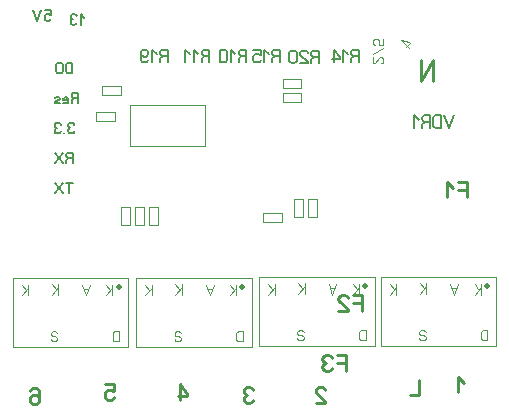
<source format=gbr>
%FSLAX32Y32*%
%MOMM*%
%LNBESTUECKUNG1*%
G71*
G01*
%ADD10C, 0.24*%
%ADD11C, 0.22*%
%ADD12C, 0.13*%
%ADD13C, 0.16*%
%ADD14C, 0.11*%
%ADD15C, 0.10*%
%ADD16C, 0.50*%
%LPD*%
G54D10*
X7394Y5742D02*
X7394Y5875D01*
X7324Y5875D01*
G54D10*
X7394Y5809D02*
X7324Y5809D01*
G54D10*
X7278Y5825D02*
X7228Y5875D01*
X7228Y5742D01*
G54D11*
X7111Y6724D02*
X7111Y6902D01*
X7004Y6724D01*
X7004Y6902D01*
G54D12*
X7286Y6438D02*
X7246Y6331D01*
X7206Y6438D01*
G54D12*
X7177Y6331D02*
X7177Y6438D01*
X7137Y6438D01*
X7121Y6431D01*
X7113Y6418D01*
X7113Y6351D01*
X7121Y6338D01*
X7137Y6331D01*
X7177Y6331D01*
G54D12*
X7052Y6385D02*
X7028Y6371D01*
X7020Y6358D01*
X7020Y6331D01*
G54D12*
X7084Y6331D02*
X7084Y6438D01*
X7044Y6438D01*
X7028Y6431D01*
X7020Y6418D01*
X7020Y6405D01*
X7028Y6391D01*
X7044Y6385D01*
X7084Y6385D01*
G54D12*
X6991Y6398D02*
X6951Y6438D01*
X6951Y6331D01*
G54D13*
X4031Y5777D02*
X4031Y5866D01*
G54D13*
X4058Y5866D02*
X4004Y5866D01*
G54D13*
X3974Y5866D02*
X3907Y5777D01*
G54D13*
X3974Y5777D02*
X3907Y5866D01*
G54D13*
X4031Y6076D02*
X4011Y6065D01*
X4004Y6054D01*
X4004Y6032D01*
G54D13*
X4058Y6032D02*
X4058Y6121D01*
X4024Y6121D01*
X4011Y6115D01*
X4004Y6104D01*
X4004Y6093D01*
X4011Y6082D01*
X4024Y6076D01*
X4058Y6076D01*
G54D13*
X3974Y6121D02*
X3907Y6032D01*
G54D13*
X3974Y6032D02*
X3907Y6121D01*
G54D13*
X4073Y6358D02*
X4066Y6369D01*
X4053Y6375D01*
X4040Y6375D01*
X4026Y6369D01*
X4020Y6358D01*
X4020Y6347D01*
X4026Y6336D01*
X4040Y6330D01*
X4026Y6325D01*
X4020Y6313D01*
X4020Y6302D01*
X4026Y6291D01*
X4040Y6286D01*
X4053Y6286D01*
X4066Y6291D01*
X4073Y6302D01*
G54D13*
X3989Y6286D02*
X3989Y6286D01*
G54D13*
X3958Y6358D02*
X3951Y6369D01*
X3938Y6375D01*
X3925Y6375D01*
X3911Y6369D01*
X3905Y6358D01*
X3905Y6347D01*
X3911Y6336D01*
X3925Y6330D01*
X3911Y6325D01*
X3905Y6313D01*
X3905Y6302D01*
X3911Y6291D01*
X3925Y6286D01*
X3938Y6286D01*
X3951Y6291D01*
X3958Y6302D01*
G54D14*
X6599Y6931D02*
X6599Y6878D01*
X6605Y6878D01*
X6616Y6884D01*
X6649Y6924D01*
X6660Y6931D01*
X6671Y6931D01*
X6682Y6924D01*
X6688Y6911D01*
X6688Y6898D01*
X6682Y6884D01*
X6671Y6878D01*
G54D14*
X6599Y6955D02*
X6688Y7008D01*
G54D14*
X6688Y7085D02*
X6688Y7032D01*
X6649Y7032D01*
X6649Y7038D01*
X6655Y7052D01*
X6655Y7065D01*
X6649Y7078D01*
X6638Y7085D01*
X6616Y7085D01*
X6605Y7078D01*
X6599Y7065D01*
X6599Y7052D01*
X6605Y7038D01*
X6616Y7032D01*
G54D14*
X6905Y7009D02*
X6842Y7072D01*
X6910Y7061D01*
X6917Y7053D01*
X6880Y7015D01*
G54D13*
X4076Y6584D02*
X4056Y6573D01*
X4049Y6562D01*
X4049Y6540D01*
G54D13*
X4102Y6540D02*
X4102Y6629D01*
X4069Y6629D01*
X4056Y6623D01*
X4049Y6612D01*
X4049Y6601D01*
X4056Y6590D01*
X4069Y6584D01*
X4102Y6584D01*
G54D13*
X3978Y6545D02*
X3989Y6540D01*
X4002Y6540D01*
X4016Y6545D01*
X4018Y6556D01*
X4018Y6575D01*
X4012Y6586D01*
X3998Y6590D01*
X3985Y6586D01*
X3978Y6579D01*
X3978Y6567D01*
X4018Y6567D01*
G54D13*
X3948Y6545D02*
X3934Y6540D01*
X3921Y6540D01*
X3908Y6545D01*
X3908Y6556D01*
X3914Y6562D01*
X3941Y6567D01*
X3948Y6573D01*
X3948Y6584D01*
X3934Y6590D01*
X3921Y6590D01*
X3908Y6584D01*
G54D13*
X4057Y6794D02*
X4057Y6883D01*
X4024Y6883D01*
X4011Y6877D01*
X4004Y6866D01*
X4004Y6810D01*
X4011Y6799D01*
X4024Y6794D01*
X4057Y6794D01*
G54D13*
X3920Y6866D02*
X3920Y6810D01*
X3927Y6799D01*
X3940Y6794D01*
X3953Y6794D01*
X3967Y6799D01*
X3973Y6810D01*
X3973Y6866D01*
X3967Y6877D01*
X3953Y6883D01*
X3940Y6883D01*
X3927Y6877D01*
X3920Y6866D01*
G54D15*
X4416Y6389D02*
X4416Y6467D01*
X4260Y6467D01*
X4260Y6389D01*
X4416Y6389D01*
G54D13*
X4158Y7262D02*
X4125Y7295D01*
X4125Y7206D01*
G54D13*
X4094Y7279D02*
X4088Y7290D01*
X4074Y7295D01*
X4061Y7295D01*
X4048Y7290D01*
X4041Y7279D01*
X4041Y7267D01*
X4048Y7256D01*
X4061Y7251D01*
X4048Y7245D01*
X4041Y7234D01*
X4041Y7223D01*
X4048Y7212D01*
X4061Y7206D01*
X4074Y7206D01*
X4088Y7212D01*
X4094Y7223D01*
G54D13*
X3821Y7327D02*
X3874Y7327D01*
X3874Y7288D01*
X3867Y7288D01*
X3854Y7294D01*
X3841Y7294D01*
X3827Y7288D01*
X3821Y7277D01*
X3821Y7255D01*
X3827Y7244D01*
X3841Y7238D01*
X3854Y7238D01*
X3867Y7244D01*
X3874Y7255D01*
G54D13*
X3790Y7327D02*
X3757Y7238D01*
X3723Y7327D01*
G54D12*
X5183Y6940D02*
X5159Y6927D01*
X5151Y6913D01*
X5151Y6887D01*
G54D12*
X5215Y6887D02*
X5215Y6993D01*
X5175Y6993D01*
X5159Y6987D01*
X5151Y6973D01*
X5151Y6960D01*
X5159Y6947D01*
X5175Y6940D01*
X5215Y6940D01*
G54D12*
X5122Y6953D02*
X5082Y6993D01*
X5082Y6887D01*
G54D12*
X5053Y6953D02*
X5013Y6993D01*
X5013Y6887D01*
G54D12*
X5496Y6940D02*
X5472Y6927D01*
X5464Y6913D01*
X5464Y6887D01*
G54D12*
X5528Y6887D02*
X5528Y6993D01*
X5488Y6993D01*
X5472Y6987D01*
X5464Y6973D01*
X5464Y6960D01*
X5472Y6947D01*
X5488Y6940D01*
X5528Y6940D01*
G54D12*
X5435Y6953D02*
X5395Y6993D01*
X5395Y6887D01*
G54D12*
X5302Y6973D02*
X5302Y6907D01*
X5310Y6893D01*
X5326Y6887D01*
X5342Y6887D01*
X5358Y6893D01*
X5366Y6907D01*
X5366Y6973D01*
X5358Y6987D01*
X5342Y6993D01*
X5326Y6993D01*
X5310Y6987D01*
X5302Y6973D01*
G54D12*
X5782Y6940D02*
X5758Y6927D01*
X5750Y6913D01*
X5750Y6887D01*
G54D12*
X5814Y6887D02*
X5814Y6993D01*
X5774Y6993D01*
X5758Y6987D01*
X5750Y6973D01*
X5750Y6960D01*
X5758Y6947D01*
X5774Y6940D01*
X5814Y6940D01*
G54D12*
X5721Y6953D02*
X5681Y6993D01*
X5681Y6887D01*
G54D12*
X5588Y6993D02*
X5652Y6993D01*
X5652Y6947D01*
X5644Y6947D01*
X5628Y6953D01*
X5612Y6953D01*
X5596Y6947D01*
X5588Y6933D01*
X5588Y6907D01*
X5596Y6893D01*
X5612Y6887D01*
X5628Y6887D01*
X5644Y6893D01*
X5652Y6907D01*
G54D12*
X4830Y6940D02*
X4806Y6927D01*
X4798Y6913D01*
X4798Y6887D01*
G54D12*
X4862Y6887D02*
X4862Y6993D01*
X4822Y6993D01*
X4806Y6987D01*
X4798Y6973D01*
X4798Y6960D01*
X4806Y6947D01*
X4822Y6940D01*
X4862Y6940D01*
G54D12*
X4769Y6953D02*
X4729Y6993D01*
X4729Y6887D01*
G54D12*
X4700Y6907D02*
X4692Y6893D01*
X4676Y6887D01*
X4660Y6887D01*
X4644Y6893D01*
X4636Y6907D01*
X4636Y6940D01*
X4636Y6947D01*
X4660Y6933D01*
X4676Y6933D01*
X4692Y6940D01*
X4700Y6953D01*
X4700Y6973D01*
X4692Y6987D01*
X4676Y6993D01*
X4660Y6993D01*
X4644Y6987D01*
X4636Y6973D01*
X4636Y6940D01*
G54D12*
X6449Y6940D02*
X6425Y6927D01*
X6417Y6913D01*
X6417Y6887D01*
G54D12*
X6481Y6887D02*
X6481Y6993D01*
X6441Y6993D01*
X6425Y6987D01*
X6417Y6973D01*
X6417Y6960D01*
X6425Y6947D01*
X6441Y6940D01*
X6481Y6940D01*
G54D12*
X6388Y6953D02*
X6348Y6993D01*
X6348Y6887D01*
G54D12*
X6271Y6887D02*
X6271Y6993D01*
X6319Y6927D01*
X6319Y6913D01*
X6255Y6913D01*
G54D15*
X5183Y6175D02*
X5183Y6524D01*
X4548Y6524D01*
X4548Y6175D01*
X5183Y6175D01*
G54D15*
X4464Y6611D02*
X4464Y6689D01*
X4308Y6689D01*
X4308Y6611D01*
X4464Y6611D01*
G54D15*
X4527Y4475D02*
X4527Y5062D01*
X3551Y5062D01*
X3551Y4475D01*
X4527Y4475D01*
G54D16*
X4448Y4983D02*
X4448Y4983D01*
G54D14*
X4395Y5001D02*
X4395Y4912D01*
G54D14*
X4395Y4973D02*
X4341Y4912D01*
G54D14*
X4375Y4957D02*
X4341Y5001D01*
G54D14*
X3934Y5009D02*
X3934Y4920D01*
G54D14*
X3934Y4981D02*
X3881Y4920D01*
G54D14*
X3914Y4965D02*
X3881Y5009D01*
G54D14*
X3680Y5001D02*
X3680Y4912D01*
G54D14*
X3680Y4973D02*
X3627Y4912D01*
G54D14*
X3660Y4957D02*
X3627Y5001D01*
G54D14*
X4204Y5001D02*
X4171Y4912D01*
X4137Y5001D01*
G54D14*
X4191Y4968D02*
X4151Y4968D01*
G54D14*
X3926Y4595D02*
X3920Y4607D01*
X3906Y4612D01*
X3893Y4612D01*
X3880Y4607D01*
X3873Y4595D01*
X3873Y4584D01*
X3880Y4573D01*
X3893Y4568D01*
X3906Y4568D01*
X3920Y4562D01*
X3926Y4551D01*
X3926Y4540D01*
X3920Y4529D01*
X3906Y4523D01*
X3893Y4523D01*
X3880Y4529D01*
X3873Y4540D01*
G54D14*
X4450Y4612D02*
X4450Y4523D01*
X4417Y4523D01*
X4404Y4529D01*
X4397Y4540D01*
X4397Y4595D01*
X4404Y4607D01*
X4417Y4612D01*
X4450Y4612D01*
G54D15*
X5575Y4475D02*
X5575Y5062D01*
X4598Y5062D01*
X4598Y4475D01*
X5575Y4475D01*
G54D16*
X5495Y4983D02*
X5495Y4983D01*
G54D14*
X5442Y5001D02*
X5442Y4912D01*
G54D14*
X5442Y4973D02*
X5389Y4912D01*
G54D14*
X5422Y4957D02*
X5389Y5001D01*
G54D14*
X4982Y5009D02*
X4982Y4920D01*
G54D14*
X4982Y4981D02*
X4929Y4920D01*
G54D14*
X4962Y4965D02*
X4929Y5009D01*
G54D14*
X4728Y5001D02*
X4728Y4912D01*
G54D14*
X4728Y4973D02*
X4675Y4912D01*
G54D14*
X4708Y4957D02*
X4675Y5001D01*
G54D14*
X5252Y5001D02*
X5219Y4912D01*
X5185Y5001D01*
G54D14*
X5239Y4968D02*
X5199Y4968D01*
G54D14*
X4974Y4595D02*
X4967Y4607D01*
X4954Y4612D01*
X4941Y4612D01*
X4927Y4607D01*
X4921Y4595D01*
X4921Y4584D01*
X4927Y4573D01*
X4941Y4568D01*
X4954Y4568D01*
X4967Y4562D01*
X4974Y4551D01*
X4974Y4540D01*
X4967Y4529D01*
X4954Y4523D01*
X4941Y4523D01*
X4927Y4529D01*
X4921Y4540D01*
G54D14*
X5498Y4612D02*
X5498Y4523D01*
X5465Y4523D01*
X5451Y4529D01*
X5445Y4540D01*
X5445Y4595D01*
X5451Y4607D01*
X5465Y4612D01*
X5498Y4612D01*
G54D15*
X6615Y4482D02*
X6615Y5070D01*
X5638Y5070D01*
X5638Y4482D01*
X6615Y4482D01*
G54D16*
X6535Y4990D02*
X6535Y4990D01*
G54D14*
X6482Y5009D02*
X6482Y4920D01*
G54D14*
X6482Y4981D02*
X6429Y4920D01*
G54D14*
X6462Y4965D02*
X6429Y5009D01*
G54D14*
X6022Y5017D02*
X6022Y4928D01*
G54D14*
X6022Y4989D02*
X5968Y4928D01*
G54D14*
X6002Y4972D02*
X5968Y5017D01*
G54D14*
X5768Y5009D02*
X5768Y4920D01*
G54D14*
X5768Y4981D02*
X5714Y4920D01*
G54D14*
X5748Y4965D02*
X5714Y5009D01*
G54D14*
X6292Y5009D02*
X6258Y4920D01*
X6225Y5009D01*
G54D14*
X6278Y4976D02*
X6238Y4976D01*
G54D14*
X6014Y4603D02*
X6007Y4614D01*
X5994Y4620D01*
X5981Y4620D01*
X5967Y4614D01*
X5961Y4603D01*
X5961Y4592D01*
X5967Y4581D01*
X5981Y4576D01*
X5994Y4576D01*
X6007Y4570D01*
X6014Y4559D01*
X6014Y4548D01*
X6007Y4537D01*
X5994Y4531D01*
X5981Y4531D01*
X5967Y4537D01*
X5961Y4548D01*
G54D14*
X6538Y4620D02*
X6538Y4531D01*
X6504Y4531D01*
X6491Y4537D01*
X6484Y4548D01*
X6484Y4603D01*
X6491Y4614D01*
X6504Y4620D01*
X6538Y4620D01*
G54D15*
X7646Y4482D02*
X7646Y5070D01*
X6670Y5070D01*
X6670Y4482D01*
X7646Y4482D01*
G54D16*
X7567Y4990D02*
X7567Y4990D01*
G54D14*
X7514Y5009D02*
X7514Y4920D01*
G54D14*
X7514Y4981D02*
X7461Y4920D01*
G54D14*
X7494Y4965D02*
X7461Y5009D01*
G54D14*
X7054Y5017D02*
X7054Y4928D01*
G54D14*
X7054Y4989D02*
X7000Y4928D01*
G54D14*
X7034Y4972D02*
X7000Y5017D01*
G54D14*
X6800Y5009D02*
X6800Y4920D01*
G54D14*
X6800Y4981D02*
X6746Y4920D01*
G54D14*
X6780Y4965D02*
X6746Y5009D01*
G54D14*
X7324Y5009D02*
X7290Y4920D01*
X7257Y5009D01*
G54D14*
X7310Y4976D02*
X7270Y4976D01*
G54D14*
X7046Y4603D02*
X7039Y4614D01*
X7026Y4620D01*
X7012Y4620D01*
X6999Y4614D01*
X6992Y4603D01*
X6992Y4592D01*
X6999Y4581D01*
X7012Y4576D01*
X7026Y4576D01*
X7039Y4570D01*
X7046Y4559D01*
X7046Y4548D01*
X7039Y4537D01*
X7026Y4531D01*
X7012Y4531D01*
X6999Y4537D01*
X6992Y4548D01*
G54D14*
X7570Y4620D02*
X7570Y4531D01*
X7536Y4531D01*
X7523Y4537D01*
X7516Y4548D01*
X7516Y4603D01*
X7523Y4614D01*
X7536Y4620D01*
X7570Y4620D01*
G54D15*
X5829Y5610D02*
X5829Y5532D01*
X5673Y5532D01*
X5673Y5610D01*
X5829Y5610D01*
G54D15*
X5934Y5729D02*
X6012Y5729D01*
X6012Y5573D01*
X5934Y5573D01*
X5934Y5729D01*
G54D15*
X6053Y5729D02*
X6131Y5729D01*
X6131Y5573D01*
X6053Y5573D01*
X6053Y5729D01*
G54D15*
X4466Y5665D02*
X4544Y5665D01*
X4544Y5509D01*
X4466Y5509D01*
X4466Y5665D01*
G54D15*
X4585Y5665D02*
X4663Y5665D01*
X4663Y5509D01*
X4585Y5509D01*
X4585Y5665D01*
G54D15*
X4704Y5665D02*
X4782Y5665D01*
X4782Y5509D01*
X4704Y5509D01*
X4704Y5665D01*
G54D10*
X6505Y4782D02*
X6505Y4915D01*
X6435Y4915D01*
G54D10*
X6505Y4848D02*
X6435Y4848D01*
G54D10*
X6308Y4782D02*
X6388Y4782D01*
X6388Y4790D01*
X6378Y4806D01*
X6318Y4856D01*
X6308Y4873D01*
X6308Y4890D01*
X6318Y4906D01*
X6338Y4915D01*
X6358Y4915D01*
X6378Y4906D01*
X6388Y4890D01*
G54D10*
X6370Y4274D02*
X6370Y4407D01*
X6300Y4407D01*
G54D10*
X6370Y4340D02*
X6300Y4340D01*
G54D10*
X6253Y4382D02*
X6243Y4398D01*
X6223Y4407D01*
X6203Y4407D01*
X6183Y4398D01*
X6173Y4382D01*
X6173Y4365D01*
X6183Y4348D01*
X6203Y4340D01*
X6183Y4332D01*
X6173Y4315D01*
X6173Y4298D01*
X6183Y4282D01*
X6203Y4274D01*
X6223Y4274D01*
X6243Y4282D01*
X6253Y4298D01*
G54D10*
X6988Y4200D02*
X6988Y4067D01*
X6918Y4067D01*
G54D10*
X7373Y4174D02*
X7323Y4224D01*
X7323Y4091D01*
G54D10*
X6116Y4004D02*
X6196Y4004D01*
X6196Y4012D01*
X6186Y4029D01*
X6126Y4079D01*
X6116Y4095D01*
X6116Y4112D01*
X6126Y4129D01*
X6146Y4137D01*
X6166Y4137D01*
X6186Y4129D01*
X6196Y4112D01*
G54D10*
X5585Y4112D02*
X5575Y4129D01*
X5555Y4137D01*
X5535Y4137D01*
X5515Y4129D01*
X5505Y4112D01*
X5505Y4095D01*
X5515Y4079D01*
X5535Y4070D01*
X5515Y4062D01*
X5505Y4045D01*
X5505Y4029D01*
X5515Y4012D01*
X5535Y4004D01*
X5555Y4004D01*
X5575Y4012D01*
X5585Y4029D01*
G54D10*
X4969Y4027D02*
X4969Y4161D01*
X5029Y4077D01*
X5029Y4061D01*
X4949Y4061D01*
G54D10*
X4330Y4161D02*
X4410Y4161D01*
X4410Y4102D01*
X4400Y4102D01*
X4380Y4111D01*
X4360Y4111D01*
X4340Y4102D01*
X4330Y4086D01*
X4330Y4052D01*
X4340Y4036D01*
X4360Y4027D01*
X4380Y4027D01*
X4400Y4036D01*
X4410Y4052D01*
G54D10*
X3695Y4104D02*
X3705Y4121D01*
X3725Y4129D01*
X3745Y4129D01*
X3765Y4121D01*
X3775Y4104D01*
X3775Y4062D01*
X3775Y4054D01*
X3745Y4071D01*
X3725Y4071D01*
X3705Y4062D01*
X3695Y4046D01*
X3695Y4021D01*
X3705Y4004D01*
X3725Y3996D01*
X3745Y3996D01*
X3765Y4004D01*
X3775Y4021D01*
X3775Y4062D01*
G54D12*
X6111Y6932D02*
X6087Y6919D01*
X6079Y6905D01*
X6079Y6879D01*
G54D12*
X6143Y6879D02*
X6143Y6985D01*
X6103Y6985D01*
X6087Y6979D01*
X6079Y6965D01*
X6079Y6952D01*
X6087Y6939D01*
X6103Y6932D01*
X6143Y6932D01*
G54D12*
X5986Y6879D02*
X6050Y6879D01*
X6050Y6885D01*
X6042Y6899D01*
X5994Y6939D01*
X5986Y6952D01*
X5986Y6965D01*
X5994Y6979D01*
X6010Y6985D01*
X6026Y6985D01*
X6042Y6979D01*
X6050Y6965D01*
G54D12*
X5893Y6965D02*
X5893Y6899D01*
X5901Y6885D01*
X5917Y6879D01*
X5933Y6879D01*
X5949Y6885D01*
X5957Y6899D01*
X5957Y6965D01*
X5949Y6979D01*
X5933Y6985D01*
X5917Y6985D01*
X5901Y6979D01*
X5893Y6965D01*
G54D15*
X5839Y6667D02*
X5839Y6745D01*
X5995Y6745D01*
X5995Y6667D01*
X5839Y6667D01*
G54D15*
X5839Y6548D02*
X5839Y6626D01*
X5995Y6626D01*
X5995Y6548D01*
X5839Y6548D01*
M02*

</source>
